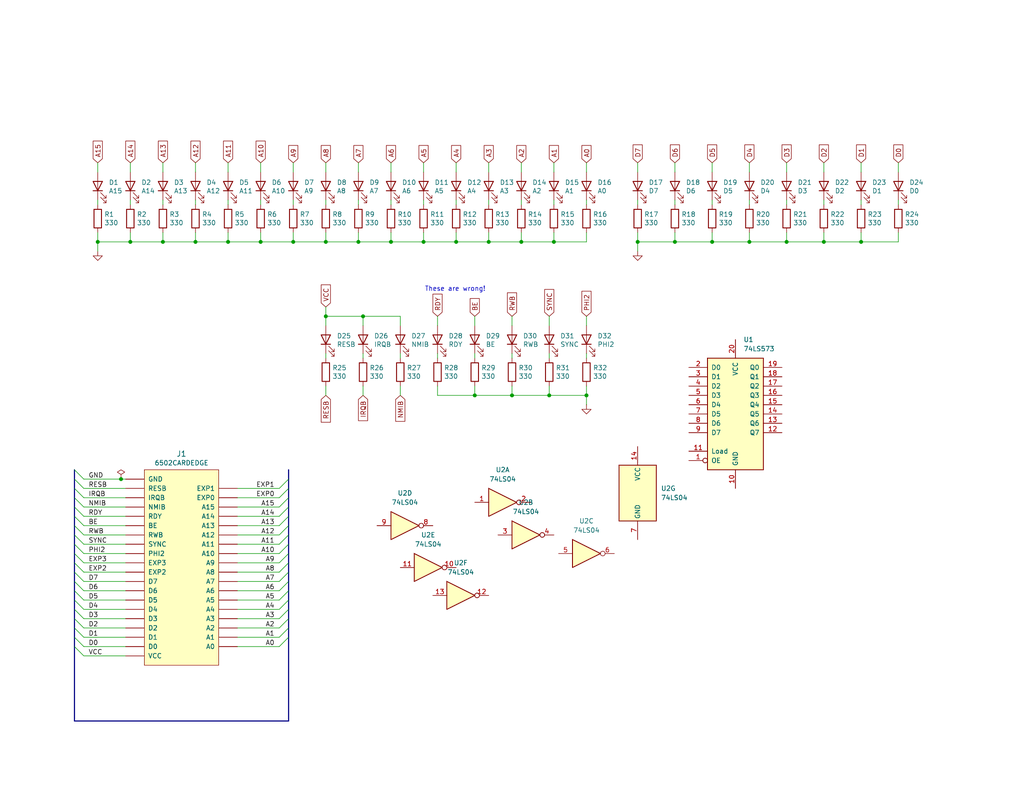
<source format=kicad_sch>
(kicad_sch (version 20231120) (generator "eeschema") (generator_version "8.0")
  (paper "USLetter")
  (title_block (title "6502 Blinkenlights Card") (date "2024-04-22") (rev "1.0") (company "A.C. Wright Design"))
  (lib_symbols
    (symbol "6502 Parts:6502CARDEDGE" (pin_names (offset 1.016))
      (property "Reference" "J" (at -1.27 28.194 0))
      (property "Value" "6502CARDEDGE" (at 0 26.67 0))
      (symbol "6502CARDEDGE_1_0"
        (pin bidirectional line (at 15.24 -22.86 180) (length 5.08) (name "A0") (number "A0"))
        (pin bidirectional line (at 15.24 -20.32 180) (length 5.08) (name "A1") (number "A1"))
        (pin bidirectional line (at 15.24 2.54 180) (length 5.08) (name "A10") (number "A10"))
        (pin bidirectional line (at 15.24 5.08 180) (length 5.08) (name "A11") (number "A11"))
        (pin bidirectional line (at 15.24 7.62 180) (length 5.08) (name "A12") (number "A12"))
        (pin bidirectional line (at 15.24 10.16 180) (length 5.08) (name "A13") (number "A13"))
        (pin bidirectional line (at 15.24 12.7 180) (length 5.08) (name "A14") (number "A14"))
        (pin bidirectional line (at 15.24 15.24 180) (length 5.08) (name "A15") (number "A15"))
        (pin bidirectional line (at 15.24 -17.78 180) (length 5.08) (name "A2") (number "A2"))
        (pin bidirectional line (at 15.24 -15.24 180) (length 5.08) (name "A3") (number "A3"))
        (pin bidirectional line (at 15.24 -12.7 180) (length 5.08) (name "A4") (number "A4"))
        (pin bidirectional line (at 15.24 -10.16 180) (length 5.08) (name "A5") (number "A5"))
        (pin bidirectional line (at 15.24 -7.62 180) (length 5.08) (name "A6") (number "A6"))
        (pin bidirectional line (at 15.24 -5.08 180) (length 5.08) (name "A7") (number "A7"))
        (pin bidirectional line (at 15.24 -2.54 180) (length 5.08) (name "A8") (number "A8"))
        (pin bidirectional line (at 15.24 0 180) (length 5.08) (name "A9") (number "A9"))
        (pin bidirectional line (at -15.24 10.16 0) (length 5.08) (name "BE") (number "BE"))
        (pin bidirectional line (at -15.24 -22.86 0) (length 5.08) (name "D0") (number "D0"))
        (pin bidirectional line (at -15.24 -20.32 0) (length 5.08) (name "D1") (number "D1"))
        (pin bidirectional line (at -15.24 -17.78 0) (length 5.08) (name "D2") (number "D2"))
        (pin bidirectional line (at -15.24 -15.24 0) (length 5.08) (name "D3") (number "D3"))
        (pin bidirectional line (at -15.24 -12.7 0) (length 5.08) (name "D4") (number "D4"))
        (pin bidirectional line (at -15.24 -10.16 0) (length 5.08) (name "D5") (number "D5"))
        (pin bidirectional line (at -15.24 -7.62 0) (length 5.08) (name "D6") (number "D6"))
        (pin bidirectional line (at -15.24 -5.08 0) (length 5.08) (name "D7") (number "D7"))
        (pin bidirectional line (at 15.24 17.78 180) (length 5.08) (name "EXP0") (number "EXP0"))
        (pin bidirectional line (at 15.24 20.32 180) (length 5.08) (name "EXP1") (number "EXP1"))
        (pin bidirectional line (at -15.24 -2.54 0) (length 5.08) (name "EXP2") (number "EXP2"))
        (pin bidirectional line (at -15.24 0 0) (length 5.08) (name "EXP3") (number "EXP3"))
        (pin power_in line (at -15.24 22.86 0) (length 5.08) (name "GND") (number "GND"))
        (pin power_in line (at -15.24 22.86 0) (length 5.08) hide (name "GND") (number "GND"))
        (pin bidirectional line (at -15.24 17.78 0) (length 5.08) (name "IRQB") (number "IRQB"))
        (pin bidirectional line (at -15.24 15.24 0) (length 5.08) (name "NMIB") (number "NMIB"))
        (pin bidirectional line (at -15.24 2.54 0) (length 5.08) (name "PHI2") (number "PHI2"))
        (pin bidirectional line (at -15.24 12.7 0) (length 5.08) (name "RDY") (number "RDY"))
        (pin bidirectional line (at -15.24 20.32 0) (length 5.08) (name "RESB") (number "RESB"))
        (pin bidirectional line (at -15.24 7.62 0) (length 5.08) (name "RWB") (number "RWB"))
        (pin bidirectional line (at -15.24 5.08 0) (length 5.08) (name "SYNC") (number "SYNC"))
        (pin power_in line (at -15.24 -25.4 0) (length 5.08) (name "VCC") (number "VCC"))
        (pin power_in line (at -15.24 -25.4 0) (length 5.08) hide (name "VCC") (number "VCC"))
      )
    )
    (symbol "74xx:74LS04"
      (property "Reference" "U" (at 0 1.27 0))
      (property "Value" "74LS04" (at 0 -1.27 0))
      (symbol "74LS04_1_0"
        (pin input line (at -7.62 0 0) (length 3.81) (name "~") (number "1"))
        (pin output inverted (at 7.62 0 180) (length 3.81) (name "~") (number "2"))
      )
      (symbol "74LS04_2_0"
        (pin input line (at -7.62 0 0) (length 3.81) (name "~") (number "3"))
        (pin output inverted (at 7.62 0 180) (length 3.81) (name "~") (number "4"))
      )
      (symbol "74LS04_3_0"
        (pin input line (at -7.62 0 0) (length 3.81) (name "~") (number "5"))
        (pin output inverted (at 7.62 0 180) (length 3.81) (name "~") (number "6"))
      )
      (symbol "74LS04_4_0"
        (pin output inverted (at 7.62 0 180) (length 3.81) (name "~") (number "8"))
        (pin input line (at -7.62 0 0) (length 3.81) (name "~") (number "9"))
      )
      (symbol "74LS04_5_0"
        (pin output inverted (at 7.62 0 180) (length 3.81) (name "~") (number "10"))
        (pin input line (at -7.62 0 0) (length 3.81) (name "~") (number "11"))
      )
      (symbol "74LS04_6_0"
        (pin output inverted (at 7.62 0 180) (length 3.81) (name "~") (number "12"))
        (pin input line (at -7.62 0 0) (length 3.81) (name "~") (number "13"))
      )
      (symbol "74LS04_7_0"
        (pin power_in line (at 0 12.7 270) (length 5.08) (name "VCC") (number "14"))
        (pin power_in line (at 0 -12.7 90) (length 5.08) (name "GND") (number "7"))
      )
    )
    (symbol "74xx:74LS573" (pin_names (offset 1.016))
      (property "Reference" "U" (at -7.62 16.51 0))
      (property "Value" "74LS573" (at -7.62 -16.51 0))
      (symbol "74LS573_1_0"
        (pin input inverted (at -12.7 -12.7 0) (length 5.08) (name "OE") (number "1"))
        (pin power_in line (at 0 -20.32 90) (length 5.08) (name "GND") (number "10"))
        (pin input line (at -12.7 -10.16 0) (length 5.08) (name "Load") (number "11"))
        (pin tri_state line (at 12.7 -5.08 180) (length 5.08) (name "Q7") (number "12"))
        (pin tri_state line (at 12.7 -2.54 180) (length 5.08) (name "Q6") (number "13"))
        (pin tri_state line (at 12.7 0 180) (length 5.08) (name "Q5") (number "14"))
        (pin tri_state line (at 12.7 2.54 180) (length 5.08) (name "Q4") (number "15"))
        (pin tri_state line (at 12.7 5.08 180) (length 5.08) (name "Q3") (number "16"))
        (pin tri_state line (at 12.7 7.62 180) (length 5.08) (name "Q2") (number "17"))
        (pin tri_state line (at 12.7 10.16 180) (length 5.08) (name "Q1") (number "18"))
        (pin tri_state line (at 12.7 12.7 180) (length 5.08) (name "Q0") (number "19"))
        (pin input line (at -12.7 12.7 0) (length 5.08) (name "D0") (number "2"))
        (pin power_in line (at 0 20.32 270) (length 5.08) (name "VCC") (number "20"))
        (pin input line (at -12.7 10.16 0) (length 5.08) (name "D1") (number "3"))
        (pin input line (at -12.7 7.62 0) (length 5.08) (name "D2") (number "4"))
        (pin input line (at -12.7 5.08 0) (length 5.08) (name "D3") (number "5"))
        (pin input line (at -12.7 2.54 0) (length 5.08) (name "D4") (number "6"))
        (pin input line (at -12.7 0 0) (length 5.08) (name "D5") (number "7"))
        (pin input line (at -12.7 -2.54 0) (length 5.08) (name "D6") (number "8"))
        (pin input line (at -12.7 -5.08 0) (length 5.08) (name "D7") (number "9"))
      )
    )
    (symbol "Device:LED" (pin_numbers hide) (pin_names (offset 1.016) hide)
      (property "Reference" "D" (at 0 2.54 0))
      (property "Value" "LED" (at 0 -2.54 0))
      (symbol "LED_1_1"
        (pin passive line (at -3.81 0 0) (length 2.54) (name "K") (number "1"))
        (pin passive line (at 3.81 0 180) (length 2.54) (name "A") (number "2"))
      )
    )
    (symbol "Device:R" (pin_numbers hide) (pin_names (offset 0))
      (property "Reference" "R" (at 2.032 0 90))
      (property "Value" "R" (at 0 0 90))
      (symbol "R_1_1"
        (pin passive line (at 0 3.81 270) (length 1.27) (name "~") (number "1"))
        (pin passive line (at 0 -3.81 90) (length 1.27) (name "~") (number "2"))
      )
    )
    (symbol "power:GND" (power) (pin_numbers hide) (pin_names (offset 0) hide)
      (property "Value" "GND" (at 0 -3.81 0))
      (symbol "GND_1_1"
        (pin power_in line (at 0 0 270) (length 0) (name "~") (number "1"))
      )
    )
    (symbol "power:PWR_FLAG" (power) (pin_numbers hide) (pin_names (offset 0) hide)
      (property "Value" "PWR_FLAG" (at 0 3.81 0))
      (symbol "PWR_FLAG_0_0"
        (pin power_out line (at 0 0 90) (length 0) (name "~") (number "1"))
      )
    )
  )
  (junction (at 44.45 66.04))
  (junction (at 184.15 66.04))
  (junction (at 133.35 66.04))
  (junction (at 151.13 66.04))
  (junction (at 173.99 66.04))
  (junction (at 194.31 66.04))
  (junction (at 129.54 107.95))
  (junction (at 88.9 86.36))
  (junction (at 26.67 66.04))
  (junction (at 224.79 66.04))
  (junction (at 35.56 66.04))
  (junction (at 124.46 66.04))
  (junction (at 142.24 66.04))
  (junction (at 139.7 107.95))
  (junction (at 234.95 66.04))
  (junction (at 80.01 66.04))
  (junction (at 99.06 86.36))
  (junction (at 71.12 66.04))
  (junction (at 97.79 66.04))
  (junction (at 62.23 66.04))
  (junction (at 149.86 107.95))
  (junction (at 214.63 66.04))
  (junction (at 204.47 66.04))
  (junction (at 115.57 66.04))
  (junction (at 33.02 130.81))
  (junction (at 88.9 66.04))
  (junction (at 160.02 107.95))
  (junction (at 106.68 66.04))
  (junction (at 53.34 66.04))
  (bus_entry (at 20.32 135.89) (size 2.54 2.54))
  (bus_entry (at 78.74 130.81) (size -2.54 2.54))
  (bus_entry (at 78.74 153.67) (size -2.54 2.54))
  (bus_entry (at 20.32 158.75) (size 2.54 2.54))
  (bus_entry (at 78.74 143.51) (size -2.54 2.54))
  (bus_entry (at 78.74 168.91) (size -2.54 2.54))
  (bus_entry (at 20.32 163.83) (size 2.54 2.54))
  (bus_entry (at 78.74 161.29) (size -2.54 2.54))
  (bus_entry (at 20.32 128.27) (size 2.54 2.54))
  (bus_entry (at 78.74 138.43) (size -2.54 2.54))
  (bus_entry (at 20.32 130.81) (size 2.54 2.54))
  (bus_entry (at 20.32 176.53) (size 2.54 2.54))
  (bus_entry (at 20.32 153.67) (size 2.54 2.54))
  (bus_entry (at 78.74 151.13) (size -2.54 2.54))
  (bus_entry (at 78.74 158.75) (size -2.54 2.54))
  (bus_entry (at 20.32 138.43) (size 2.54 2.54))
  (bus_entry (at 20.32 168.91) (size 2.54 2.54))
  (bus_entry (at 20.32 148.59) (size 2.54 2.54))
  (bus_entry (at 78.74 156.21) (size -2.54 2.54))
  (bus_entry (at 78.74 148.59) (size -2.54 2.54))
  (bus_entry (at 20.32 146.05) (size 2.54 2.54))
  (bus_entry (at 78.74 166.37) (size -2.54 2.54))
  (bus_entry (at 20.32 173.99) (size 2.54 2.54))
  (bus_entry (at 78.74 173.99) (size -2.54 2.54))
  (bus_entry (at 20.32 171.45) (size 2.54 2.54))
  (bus_entry (at 78.74 135.89) (size -2.54 2.54))
  (bus_entry (at 78.74 163.83) (size -2.54 2.54))
  (bus_entry (at 20.32 151.13) (size 2.54 2.54))
  (bus_entry (at 78.74 146.05) (size -2.54 2.54))
  (bus_entry (at 20.32 133.35) (size 2.54 2.54))
  (bus_entry (at 20.32 143.51) (size 2.54 2.54))
  (bus_entry (at 20.32 166.37) (size 2.54 2.54))
  (bus_entry (at 78.74 171.45) (size -2.54 2.54))
  (bus_entry (at 78.74 133.35) (size -2.54 2.54))
  (bus_entry (at 20.32 156.21) (size 2.54 2.54))
  (bus_entry (at 78.74 140.97) (size -2.54 2.54))
  (bus_entry (at 20.32 161.29) (size 2.54 2.54))
  (bus_entry (at 20.32 140.97) (size 2.54 2.54))
  (wire (pts (xy 139.7 96.52) (xy 139.7 97.79)))
  (wire (pts (xy 142.24 63.5) (xy 142.24 66.04)))
  (wire (pts (xy 106.68 44.45) (xy 106.68 46.99)))
  (wire (pts (xy 160.02 63.5) (xy 160.02 66.04)))
  (wire (pts (xy 214.63 63.5) (xy 214.63 66.04)))
  (bus (pts (xy 20.32 148.59) (xy 20.32 151.13)))
  (wire (pts (xy 97.79 54.61) (xy 97.79 55.88)))
  (wire (pts (xy 194.31 63.5) (xy 194.31 66.04)))
  (wire (pts (xy 151.13 44.45) (xy 151.13 46.99)))
  (wire (pts (xy 119.38 107.95) (xy 129.54 107.95)))
  (wire (pts (xy 214.63 66.04) (xy 224.79 66.04)))
  (wire (pts (xy 234.95 63.5) (xy 234.95 66.04)))
  (bus (pts (xy 78.74 163.83) (xy 78.74 166.37)))
  (wire (pts (xy 204.47 66.04) (xy 214.63 66.04)))
  (wire (pts (xy 53.34 44.45) (xy 53.34 46.99)))
  (wire (pts (xy 173.99 63.5) (xy 173.99 66.04)))
  (bus (pts (xy 20.32 146.05) (xy 20.32 148.59)))
  (wire (pts (xy 88.9 63.5) (xy 88.9 66.04)))
  (bus (pts (xy 78.74 161.29) (xy 78.74 163.83)))
  (wire (pts (xy 115.57 66.04) (xy 124.46 66.04)))
  (wire (pts (xy 71.12 66.04) (xy 80.01 66.04)))
  (bus (pts (xy 78.74 128.27) (xy 78.74 130.81)))
  (wire (pts (xy 53.34 63.5) (xy 53.34 66.04)))
  (bus (pts (xy 78.74 158.75) (xy 78.74 161.29)))
  (wire (pts (xy 194.31 66.04) (xy 204.47 66.04)))
  (wire (pts (xy 64.77 158.75) (xy 76.2 158.75)))
  (wire (pts (xy 22.86 176.53) (xy 34.29 176.53)))
  (wire (pts (xy 106.68 66.04) (xy 115.57 66.04)))
  (wire (pts (xy 194.31 44.45) (xy 194.31 46.99)))
  (wire (pts (xy 62.23 63.5) (xy 62.23 66.04)))
  (wire (pts (xy 88.9 86.36) (xy 88.9 88.9)))
  (wire (pts (xy 173.99 54.61) (xy 173.99 55.88)))
  (wire (pts (xy 53.34 66.04) (xy 62.23 66.04)))
  (wire (pts (xy 224.79 63.5) (xy 224.79 66.04)))
  (bus (pts (xy 78.74 166.37) (xy 78.74 168.91)))
  (wire (pts (xy 22.86 130.81) (xy 33.02 130.81)))
  (wire (pts (xy 22.86 166.37) (xy 34.29 166.37)))
  (wire (pts (xy 88.9 54.61) (xy 88.9 55.88)))
  (bus (pts (xy 78.74 143.51) (xy 78.74 146.05)))
  (wire (pts (xy 35.56 66.04) (xy 44.45 66.04)))
  (wire (pts (xy 64.77 151.13) (xy 76.2 151.13)))
  (bus (pts (xy 20.32 130.81) (xy 20.32 133.35)))
  (bus (pts (xy 78.74 130.81) (xy 78.74 133.35)))
  (wire (pts (xy 109.22 88.9) (xy 109.22 86.36)))
  (wire (pts (xy 76.2 171.45) (xy 64.77 171.45)))
  (wire (pts (xy 124.46 66.04) (xy 133.35 66.04)))
  (bus (pts (xy 78.74 156.21) (xy 78.74 158.75)))
  (wire (pts (xy 224.79 44.45) (xy 224.79 46.99)))
  (wire (pts (xy 97.79 44.45) (xy 97.79 46.99)))
  (wire (pts (xy 245.11 63.5) (xy 245.11 66.04)))
  (wire (pts (xy 22.86 151.13) (xy 34.29 151.13)))
  (wire (pts (xy 71.12 54.61) (xy 71.12 55.88)))
  (wire (pts (xy 151.13 66.04) (xy 160.02 66.04)))
  (wire (pts (xy 142.24 54.61) (xy 142.24 55.88)))
  (wire (pts (xy 245.11 44.45) (xy 245.11 46.99)))
  (wire (pts (xy 124.46 54.61) (xy 124.46 55.88)))
  (bus (pts (xy 20.32 128.27) (xy 20.32 130.81)))
  (wire (pts (xy 53.34 54.61) (xy 53.34 55.88)))
  (wire (pts (xy 99.06 86.36) (xy 99.06 88.9)))
  (wire (pts (xy 76.2 161.29) (xy 64.77 161.29)))
  (wire (pts (xy 44.45 54.61) (xy 44.45 55.88)))
  (wire (pts (xy 62.23 66.04) (xy 71.12 66.04)))
  (wire (pts (xy 26.67 63.5) (xy 26.67 66.04)))
  (wire (pts (xy 64.77 156.21) (xy 76.2 156.21)))
  (wire (pts (xy 34.29 133.35) (xy 22.86 133.35)))
  (wire (pts (xy 35.56 63.5) (xy 35.56 66.04)))
  (wire (pts (xy 204.47 63.5) (xy 204.47 66.04)))
  (wire (pts (xy 106.68 54.61) (xy 106.68 55.88)))
  (bus (pts (xy 20.32 156.21) (xy 20.32 158.75)))
  (wire (pts (xy 33.02 130.81) (xy 34.29 130.81)))
  (wire (pts (xy 234.95 44.45) (xy 234.95 46.99)))
  (bus (pts (xy 20.32 196.85) (xy 78.74 196.85)))
  (bus (pts (xy 20.32 133.35) (xy 20.32 135.89)))
  (wire (pts (xy 64.77 135.89) (xy 76.2 135.89)))
  (bus (pts (xy 78.74 153.67) (xy 78.74 156.21)))
  (wire (pts (xy 22.86 179.07) (xy 34.29 179.07)))
  (wire (pts (xy 44.45 66.04) (xy 53.34 66.04)))
  (wire (pts (xy 76.2 148.59) (xy 64.77 148.59)))
  (wire (pts (xy 160.02 54.61) (xy 160.02 55.88)))
  (wire (pts (xy 44.45 44.45) (xy 44.45 46.99)))
  (wire (pts (xy 88.9 83.82) (xy 88.9 86.36)))
  (wire (pts (xy 99.06 105.41) (xy 99.06 107.95)))
  (wire (pts (xy 22.86 171.45) (xy 34.29 171.45)))
  (wire (pts (xy 160.02 105.41) (xy 160.02 107.95)))
  (wire (pts (xy 133.35 66.04) (xy 142.24 66.04)))
  (wire (pts (xy 64.77 138.43) (xy 76.2 138.43)))
  (bus (pts (xy 78.74 146.05) (xy 78.74 148.59)))
  (wire (pts (xy 115.57 44.45) (xy 115.57 46.99)))
  (wire (pts (xy 34.29 173.99) (xy 22.86 173.99)))
  (wire (pts (xy 119.38 86.36) (xy 119.38 88.9)))
  (wire (pts (xy 149.86 96.52) (xy 149.86 97.79)))
  (wire (pts (xy 99.06 86.36) (xy 109.22 86.36)))
  (bus (pts (xy 20.32 171.45) (xy 20.32 173.99)))
  (wire (pts (xy 71.12 63.5) (xy 71.12 66.04)))
  (wire (pts (xy 88.9 66.04) (xy 97.79 66.04)))
  (wire (pts (xy 64.77 173.99) (xy 76.2 173.99)))
  (wire (pts (xy 194.31 54.61) (xy 194.31 55.88)))
  (wire (pts (xy 129.54 105.41) (xy 129.54 107.95)))
  (wire (pts (xy 34.29 163.83) (xy 22.86 163.83)))
  (wire (pts (xy 173.99 66.04) (xy 184.15 66.04)))
  (wire (pts (xy 34.29 148.59) (xy 22.86 148.59)))
  (wire (pts (xy 129.54 86.36) (xy 129.54 88.9)))
  (bus (pts (xy 78.74 148.59) (xy 78.74 151.13)))
  (wire (pts (xy 76.2 166.37) (xy 64.77 166.37)))
  (wire (pts (xy 139.7 86.36) (xy 139.7 88.9)))
  (wire (pts (xy 34.29 143.51) (xy 22.86 143.51)))
  (wire (pts (xy 88.9 44.45) (xy 88.9 46.99)))
  (wire (pts (xy 64.77 168.91) (xy 76.2 168.91)))
  (bus (pts (xy 78.74 151.13) (xy 78.74 153.67)))
  (wire (pts (xy 97.79 63.5) (xy 97.79 66.04)))
  (bus (pts (xy 20.32 168.91) (xy 20.32 171.45)))
  (wire (pts (xy 22.86 135.89) (xy 34.29 135.89)))
  (wire (pts (xy 64.77 140.97) (xy 76.2 140.97)))
  (bus (pts (xy 20.32 158.75) (xy 20.32 161.29)))
  (bus (pts (xy 20.32 176.53) (xy 20.32 196.85)))
  (wire (pts (xy 224.79 66.04) (xy 234.95 66.04)))
  (wire (pts (xy 80.01 44.45) (xy 80.01 46.99)))
  (wire (pts (xy 26.67 66.04) (xy 35.56 66.04)))
  (wire (pts (xy 160.02 86.36) (xy 160.02 88.9)))
  (bus (pts (xy 78.74 138.43) (xy 78.74 140.97)))
  (wire (pts (xy 76.2 176.53) (xy 64.77 176.53)))
  (wire (pts (xy 184.15 44.45) (xy 184.15 46.99)))
  (wire (pts (xy 133.35 54.61) (xy 133.35 55.88)))
  (wire (pts (xy 173.99 44.45) (xy 173.99 46.99)))
  (wire (pts (xy 97.79 66.04) (xy 106.68 66.04)))
  (wire (pts (xy 224.79 54.61) (xy 224.79 55.88)))
  (wire (pts (xy 22.86 156.21) (xy 34.29 156.21)))
  (wire (pts (xy 26.67 54.61) (xy 26.67 55.88)))
  (wire (pts (xy 119.38 105.41) (xy 119.38 107.95)))
  (wire (pts (xy 22.86 140.97) (xy 34.29 140.97)))
  (wire (pts (xy 71.12 44.45) (xy 71.12 46.99)))
  (bus (pts (xy 78.74 173.99) (xy 78.74 196.85)))
  (wire (pts (xy 44.45 63.5) (xy 44.45 66.04)))
  (wire (pts (xy 64.77 146.05) (xy 76.2 146.05)))
  (wire (pts (xy 234.95 54.61) (xy 234.95 55.88)))
  (bus (pts (xy 20.32 166.37) (xy 20.32 168.91)))
  (wire (pts (xy 133.35 63.5) (xy 133.35 66.04)))
  (wire (pts (xy 149.86 107.95) (xy 160.02 107.95)))
  (bus (pts (xy 78.74 171.45) (xy 78.74 173.99)))
  (wire (pts (xy 26.67 44.45) (xy 26.67 46.99)))
  (wire (pts (xy 115.57 63.5) (xy 115.57 66.04)))
  (wire (pts (xy 80.01 66.04) (xy 88.9 66.04)))
  (bus (pts (xy 78.74 135.89) (xy 78.74 138.43)))
  (bus (pts (xy 20.32 153.67) (xy 20.32 156.21)))
  (wire (pts (xy 35.56 54.61) (xy 35.56 55.88)))
  (wire (pts (xy 88.9 105.41) (xy 88.9 107.95)))
  (wire (pts (xy 184.15 54.61) (xy 184.15 55.88)))
  (wire (pts (xy 106.68 63.5) (xy 106.68 66.04)))
  (wire (pts (xy 160.02 96.52) (xy 160.02 97.79)))
  (wire (pts (xy 142.24 44.45) (xy 142.24 46.99)))
  (wire (pts (xy 34.29 138.43) (xy 22.86 138.43)))
  (wire (pts (xy 115.57 54.61) (xy 115.57 55.88)))
  (wire (pts (xy 184.15 66.04) (xy 194.31 66.04)))
  (bus (pts (xy 20.32 151.13) (xy 20.32 153.67)))
  (wire (pts (xy 124.46 44.45) (xy 124.46 46.99)))
  (wire (pts (xy 204.47 44.45) (xy 204.47 46.99)))
  (wire (pts (xy 88.9 86.36) (xy 99.06 86.36)))
  (bus (pts (xy 20.32 138.43) (xy 20.32 140.97)))
  (wire (pts (xy 133.35 44.45) (xy 133.35 46.99)))
  (wire (pts (xy 80.01 54.61) (xy 80.01 55.88)))
  (wire (pts (xy 26.67 66.04) (xy 26.67 68.58)))
  (bus (pts (xy 20.32 161.29) (xy 20.32 163.83)))
  (wire (pts (xy 151.13 54.61) (xy 151.13 55.88)))
  (bus (pts (xy 20.32 140.97) (xy 20.32 143.51)))
  (wire (pts (xy 22.86 161.29) (xy 34.29 161.29)))
  (bus (pts (xy 78.74 140.97) (xy 78.74 143.51)))
  (wire (pts (xy 160.02 44.45) (xy 160.02 46.99)))
  (wire (pts (xy 64.77 133.35) (xy 76.2 133.35)))
  (wire (pts (xy 214.63 44.45) (xy 214.63 46.99)))
  (wire (pts (xy 214.63 54.61) (xy 214.63 55.88)))
  (wire (pts (xy 76.2 143.51) (xy 64.77 143.51)))
  (wire (pts (xy 142.24 66.04) (xy 151.13 66.04)))
  (wire (pts (xy 22.86 153.67) (xy 34.29 153.67)))
  (wire (pts (xy 139.7 107.95) (xy 149.86 107.95)))
  (bus (pts (xy 20.32 135.89) (xy 20.32 138.43)))
  (wire (pts (xy 80.01 63.5) (xy 80.01 66.04)))
  (wire (pts (xy 160.02 107.95) (xy 160.02 110.49)))
  (wire (pts (xy 149.86 105.41) (xy 149.86 107.95)))
  (bus (pts (xy 20.32 143.51) (xy 20.32 146.05)))
  (wire (pts (xy 151.13 63.5) (xy 151.13 66.04)))
  (wire (pts (xy 109.22 105.41) (xy 109.22 107.95)))
  (wire (pts (xy 64.77 163.83) (xy 76.2 163.83)))
  (wire (pts (xy 62.23 54.61) (xy 62.23 55.88)))
  (wire (pts (xy 124.46 63.5) (xy 124.46 66.04)))
  (wire (pts (xy 76.2 153.67) (xy 64.77 153.67)))
  (wire (pts (xy 245.11 54.61) (xy 245.11 55.88)))
  (wire (pts (xy 119.38 96.52) (xy 119.38 97.79)))
  (wire (pts (xy 88.9 96.52) (xy 88.9 97.79)))
  (bus (pts (xy 78.74 133.35) (xy 78.74 135.89)))
  (wire (pts (xy 173.99 66.04) (xy 173.99 68.58)))
  (bus (pts (xy 20.32 163.83) (xy 20.32 166.37)))
  (wire (pts (xy 34.29 158.75) (xy 22.86 158.75)))
  (wire (pts (xy 35.56 44.45) (xy 35.56 46.99)))
  (wire (pts (xy 109.22 96.52) (xy 109.22 97.79)))
  (wire (pts (xy 234.95 66.04) (xy 245.11 66.04)))
  (wire (pts (xy 139.7 105.41) (xy 139.7 107.95)))
  (wire (pts (xy 99.06 96.52) (xy 99.06 97.79)))
  (wire (pts (xy 204.47 54.61) (xy 204.47 55.88)))
  (wire (pts (xy 149.86 86.36) (xy 149.86 88.9)))
  (wire (pts (xy 62.23 44.45) (xy 62.23 46.99)))
  (wire (pts (xy 22.86 146.05) (xy 34.29 146.05)))
  (bus (pts (xy 20.32 173.99) (xy 20.32 176.53)))
  (bus (pts (xy 78.74 168.91) (xy 78.74 171.45)))
  (wire (pts (xy 129.54 107.95) (xy 139.7 107.95)))
  (wire (pts (xy 184.15 63.5) (xy 184.15 66.04)))
  (wire (pts (xy 129.54 96.52) (xy 129.54 97.79)))
  (wire (pts (xy 34.29 168.91) (xy 22.86 168.91)))
  (text "These are wrong!" (at 124.206 78.994 0) (effects (font (size 1.27 1.27))))
  (label "EXP0" (at 74.93 135.89 180))
  (label "A10" (at 74.93 151.13 180))
  (label "A6" (at 74.93 161.29 180))
  (label "D7" (at 24.13 158.75 0))
  (label "A0" (at 74.93 176.53 180))
  (label "A4" (at 74.93 166.37 180))
  (label "VCC" (at 24.13 179.07 0))
  (label "GND" (at 24.13 130.81 0))
  (label "NMIB" (at 24.13 138.43 0))
  (label "SYNC" (at 24.13 148.59 0))
  (label "BE" (at 24.13 143.51 0))
  (label "A14" (at 74.93 140.97 180))
  (label "D2" (at 24.13 171.45 0))
  (label "IRQB" (at 24.13 135.89 0))
  (label "A5" (at 74.93 163.83 180))
  (label "A1" (at 74.93 173.99 180))
  (label "A13" (at 74.93 143.51 180))
  (label "EXP3" (at 24.13 153.67 0))
  (label "A3" (at 74.93 168.91 180))
  (label "A2" (at 74.93 171.45 180))
  (label "D6" (at 24.13 161.29 0))
  (label "D4" (at 24.13 166.37 0))
  (label "A11" (at 74.93 148.59 180))
  (label "EXP2" (at 24.13 156.21 0))
  (label "A15" (at 74.93 138.43 180))
  (label "PHI2" (at 24.13 151.13 0))
  (label "D1" (at 24.13 173.99 0))
  (label "A12" (at 74.93 146.05 180))
  (label "D3" (at 24.13 168.91 0))
  (label "RDY" (at 24.13 140.97 0))
  (label "D0" (at 24.13 176.53 0))
  (label "EXP1" (at 74.93 133.35 180))
  (label "A7" (at 74.93 158.75 180))
  (label "RWB" (at 24.13 146.05 0))
  (label "A8" (at 74.93 156.21 180))
  (label "D5" (at 24.13 163.83 0))
  (label "A9" (at 74.93 153.67 180))
  (label "RESB" (at 24.13 133.35 0))
  (global_label "D0" (shape input) (at 245.11 44.45 90) (property "Intersheetrefs" "${INTERSHEET_REFS}" (effects (hide yes))))
  (global_label "RWB" (shape input) (at 139.7 86.36 90) (property "Intersheetrefs" "${INTERSHEET_REFS}" (effects (hide yes))))
  (global_label "A14" (shape input) (at 35.56 44.45 90) (property "Intersheetrefs" "${INTERSHEET_REFS}" (effects (hide yes))))
  (global_label "IRQB" (shape input) (at 99.06 107.95 270) (property "Intersheetrefs" "${INTERSHEET_REFS}" (effects (hide yes))))
  (global_label "A9" (shape input) (at 80.01 44.45 90) (property "Intersheetrefs" "${INTERSHEET_REFS}" (effects (hide yes))))
  (global_label "A4" (shape input) (at 124.46 44.45 90) (property "Intersheetrefs" "${INTERSHEET_REFS}" (effects (hide yes))))
  (global_label "NMIB" (shape input) (at 109.22 107.95 270) (property "Intersheetrefs" "${INTERSHEET_REFS}" (effects (hide yes))))
  (global_label "VCC" (shape input) (at 88.9 83.82 90) (property "Intersheetrefs" "${INTERSHEET_REFS}" (effects (hide yes))))
  (global_label "D7" (shape input) (at 173.99 44.45 90) (property "Intersheetrefs" "${INTERSHEET_REFS}" (effects (hide yes))))
  (global_label "D4" (shape input) (at 204.47 44.45 90) (property "Intersheetrefs" "${INTERSHEET_REFS}" (effects (hide yes))))
  (global_label "A11" (shape input) (at 62.23 44.45 90) (property "Intersheetrefs" "${INTERSHEET_REFS}" (effects (hide yes))))
  (global_label "SYNC" (shape input) (at 149.86 86.36 90) (property "Intersheetrefs" "${INTERSHEET_REFS}" (effects (hide yes))))
  (global_label "A15" (shape input) (at 26.67 44.45 90) (property "Intersheetrefs" "${INTERSHEET_REFS}" (effects (hide yes))))
  (global_label "A6" (shape input) (at 106.68 44.45 90) (property "Intersheetrefs" "${INTERSHEET_REFS}" (effects (hide yes))))
  (global_label "RESB" (shape input) (at 88.9 107.95 270) (property "Intersheetrefs" "${INTERSHEET_REFS}" (effects (hide yes))))
  (global_label "D6" (shape input) (at 184.15 44.45 90) (property "Intersheetrefs" "${INTERSHEET_REFS}" (effects (hide yes))))
  (global_label "A1" (shape input) (at 151.13 44.45 90) (property "Intersheetrefs" "${INTERSHEET_REFS}" (effects (hide yes))))
  (global_label "PHI2" (shape input) (at 160.02 86.36 90) (property "Intersheetrefs" "${INTERSHEET_REFS}" (effects (hide yes))))
  (global_label "A0" (shape input) (at 160.02 44.45 90) (property "Intersheetrefs" "${INTERSHEET_REFS}" (effects (hide yes))))
  (global_label "D5" (shape input) (at 194.31 44.45 90) (property "Intersheetrefs" "${INTERSHEET_REFS}" (effects (hide yes))))
  (global_label "A12" (shape input) (at 53.34 44.45 90) (property "Intersheetrefs" "${INTERSHEET_REFS}" (effects (hide yes))))
  (global_label "D3" (shape input) (at 214.63 44.45 90) (property "Intersheetrefs" "${INTERSHEET_REFS}" (effects (hide yes))))
  (global_label "D2" (shape input) (at 224.79 44.45 90) (property "Intersheetrefs" "${INTERSHEET_REFS}" (effects (hide yes))))
  (global_label "D1" (shape input) (at 234.95 44.45 90) (property "Intersheetrefs" "${INTERSHEET_REFS}" (effects (hide yes))))
  (global_label "A7" (shape input) (at 97.79 44.45 90) (property "Intersheetrefs" "${INTERSHEET_REFS}" (effects (hide yes))))
  (global_label "A3" (shape input) (at 133.35 44.45 90) (property "Intersheetrefs" "${INTERSHEET_REFS}" (effects (hide yes))))
  (global_label "A5" (shape input) (at 115.57 44.45 90) (property "Intersheetrefs" "${INTERSHEET_REFS}" (effects (hide yes))))
  (global_label "A10" (shape input) (at 71.12 44.45 90) (property "Intersheetrefs" "${INTERSHEET_REFS}" (effects (hide yes))))
  (global_label "A8" (shape input) (at 88.9 44.45 90) (property "Intersheetrefs" "${INTERSHEET_REFS}" (effects (hide yes))))
  (global_label "A2" (shape input) (at 142.24 44.45 90) (property "Intersheetrefs" "${INTERSHEET_REFS}" (effects (hide yes))))
  (global_label "BE" (shape input) (at 129.54 86.36 90) (property "Intersheetrefs" "${INTERSHEET_REFS}" (effects (hide yes))))
  (global_label "RDY" (shape input) (at 119.38 86.36 90) (property "Intersheetrefs" "${INTERSHEET_REFS}" (effects (hide yes))))
  (global_label "A13" (shape input) (at 44.45 44.45 90) (property "Intersheetrefs" "${INTERSHEET_REFS}" (effects (hide yes))))
  (symbol (lib_id "6502 Parts:6502CARDEDGE") (at 49.53 153.67 0) (unit 1) (in_bom no)
    (property "Reference" "J1" (at 49.53 123.9012 0) (effects (font (size 1.4986 1.4986))))
    (property "Value" "6502CARDEDGE" (at 49.53 126.3904 0))
    (property "Footprint" "6502 Parts:6502CARDEDGE" (effects (hide yes)))
  )
  (symbol (lib_id "74xx:74LS04") (at 110.49 143.51 0) (unit 4)
    (property "Reference" "U2" (at 110.49 134.62 0))
    (property "Value" "74LS04" (at 110.49 137.16 0))
    (property "Datasheet" "http://www.ti.com/lit/gpn/sn74LS04" (effects (hide yes)))
    (property "Description" "Hex Inverter" (effects (hide yes)))
  )
  (symbol (lib_id "Device:R") (at 204.47 59.69 180) (unit 1)
    (property "Reference" "R20" (at 206.248 58.5216 0) (effects (justify right)))
    (property "Value" "330" (at 206.248 60.833 0) (effects (justify right)))
    (property "Footprint" "Resistor_SMD:R_0805_2012Metric" (effects (hide yes)))
    (property "Description" "Resistor" (effects (hide yes)))
    (property "LCSC" "C17630" (effects (hide yes)))
  )
  (symbol (lib_id "Device:R") (at 71.12 59.69 180) (unit 1)
    (property "Reference" "R6" (at 72.898 58.5216 0) (effects (justify right)))
    (property "Value" "330" (at 72.898 60.833 0) (effects (justify right)))
    (property "Footprint" "Resistor_SMD:R_0805_2012Metric" (effects (hide yes)))
    (property "Description" "Resistor" (effects (hide yes)))
    (property "LCSC" "C17630" (effects (hide yes)))
  )
  (symbol (lib_id "Device:LED") (at 35.56 50.8 90) (unit 1)
    (property "Reference" "D2" (at 38.5572 49.8094 90) (effects (justify right)))
    (property "Value" "A14" (at 38.5572 52.1208 90) (effects (justify right)))
    (property "Footprint" "LED_SMD:LED_0805_2012Metric" (effects (hide yes)))
    (property "Description" "Light emitting diode" (effects (hide yes)))
    (property "LCSC" "C2297" (effects (hide yes)))
  )
  (symbol (lib_id "Device:R") (at 224.79 59.69 180) (unit 1)
    (property "Reference" "R22" (at 226.568 58.5216 0) (effects (justify right)))
    (property "Value" "330" (at 226.568 60.833 0) (effects (justify right)))
    (property "Footprint" "Resistor_SMD:R_0805_2012Metric" (effects (hide yes)))
    (property "Description" "Resistor" (effects (hide yes)))
    (property "LCSC" "C17630" (effects (hide yes)))
  )
  (symbol (lib_id "Device:LED") (at 139.7 92.71 90) (unit 1)
    (property "Reference" "D30" (at 142.6972 91.7194 90) (effects (justify right)))
    (property "Value" "RWB" (at 142.6972 94.0308 90) (effects (justify right)))
    (property "Footprint" "LED_SMD:LED_0805_2012Metric" (effects (hide yes)))
    (property "Description" "Light emitting diode" (effects (hide yes)))
    (property "LCSC" "C2296" (effects (hide yes)))
  )
  (symbol (lib_id "Device:R") (at 124.46 59.69 180) (unit 1)
    (property "Reference" "R12" (at 126.238 58.5216 0) (effects (justify right)))
    (property "Value" "330" (at 126.238 60.833 0) (effects (justify right)))
    (property "Footprint" "Resistor_SMD:R_0805_2012Metric" (effects (hide yes)))
    (property "Description" "Resistor" (effects (hide yes)))
    (property "LCSC" "C17630" (effects (hide yes)))
  )
  (symbol (lib_id "Device:LED") (at 26.67 50.8 90) (unit 1)
    (property "Reference" "D1" (at 29.6672 49.8094 90) (effects (justify right)))
    (property "Value" "A15" (at 29.6672 52.1208 90) (effects (justify right)))
    (property "Footprint" "LED_SMD:LED_0805_2012Metric" (effects (hide yes)))
    (property "Description" "Light emitting diode" (effects (hide yes)))
    (property "LCSC" "C2297" (effects (hide yes)))
  )
  (symbol (lib_id "Device:LED") (at 99.06 92.71 90) (unit 1)
    (property "Reference" "D26" (at 102.0572 91.7194 90) (effects (justify right)))
    (property "Value" "IRQB" (at 102.0572 94.0308 90) (effects (justify right)))
    (property "Footprint" "LED_SMD:LED_0805_2012Metric" (effects (hide yes)))
    (property "Description" "Light emitting diode" (effects (hide yes)))
    (property "LCSC" "C2295" (effects (hide yes)))
  )
  (symbol (lib_id "Device:LED") (at 151.13 50.8 90) (unit 1)
    (property "Reference" "D15" (at 154.1272 49.8094 90) (effects (justify right)))
    (property "Value" "A1" (at 154.1272 52.1208 90) (effects (justify right)))
    (property "Footprint" "LED_SMD:LED_0805_2012Metric" (effects (hide yes)))
    (property "Description" "Light emitting diode" (effects (hide yes)))
    (property "LCSC" "C2297" (effects (hide yes)))
  )
  (symbol (lib_id "Device:LED") (at 142.24 50.8 90) (unit 1)
    (property "Reference" "D14" (at 145.2372 49.8094 90) (effects (justify right)))
    (property "Value" "A2" (at 145.2372 52.1208 90) (effects (justify right)))
    (property "Footprint" "LED_SMD:LED_0805_2012Metric" (effects (hide yes)))
    (property "Description" "Light emitting diode" (effects (hide yes)))
    (property "LCSC" "C2297" (effects (hide yes)))
  )
  (symbol (lib_id "Device:LED") (at 88.9 92.71 90) (unit 1)
    (property "Reference" "D25" (at 91.8972 91.7194 90) (effects (justify right)))
    (property "Value" "RESB" (at 91.8972 94.0308 90) (effects (justify right)))
    (property "Footprint" "LED_SMD:LED_0805_2012Metric" (effects (hide yes)))
    (property "Description" "Light emitting diode" (effects (hide yes)))
    (property "LCSC" "C2297" (effects (hide yes)))
  )
  (symbol (lib_id "Device:R") (at 142.24 59.69 180) (unit 1)
    (property "Reference" "R14" (at 144.018 58.5216 0) (effects (justify right)))
    (property "Value" "330" (at 144.018 60.833 0) (effects (justify right)))
    (property "Footprint" "Resistor_SMD:R_0805_2012Metric" (effects (hide yes)))
    (property "Description" "Resistor" (effects (hide yes)))
    (property "LCSC" "C17630" (effects (hide yes)))
  )
  (symbol (lib_id "Device:R") (at 53.34 59.69 180) (unit 1)
    (property "Reference" "R4" (at 55.118 58.5216 0) (effects (justify right)))
    (property "Value" "330" (at 55.118 60.833 0) (effects (justify right)))
    (property "Footprint" "Resistor_SMD:R_0805_2012Metric" (effects (hide yes)))
    (property "Description" "Resistor" (effects (hide yes)))
    (property "LCSC" "C17630" (effects (hide yes)))
  )
  (symbol (lib_id "Device:LED") (at 224.79 50.8 90) (unit 1)
    (property "Reference" "D22" (at 227.7872 49.8094 90) (effects (justify right)))
    (property "Value" "D2" (at 227.7872 52.1208 90) (effects (justify right)))
    (property "Footprint" "LED_SMD:LED_0805_2012Metric" (effects (hide yes)))
    (property "Description" "Light emitting diode" (effects (hide yes)))
    (property "LCSC" "C2297" (effects (hide yes)))
  )
  (symbol (lib_id "74xx:74LS04") (at 160.02 151.13 0) (unit 3)
    (property "Reference" "U2" (at 160.02 142.24 0))
    (property "Value" "74LS04" (at 160.02 144.78 0))
    (property "Datasheet" "http://www.ti.com/lit/gpn/sn74LS04" (effects (hide yes)))
    (property "Description" "Hex Inverter" (effects (hide yes)))
  )
  (symbol (lib_id "Device:LED") (at 53.34 50.8 90) (unit 1)
    (property "Reference" "D4" (at 56.3372 49.8094 90) (effects (justify right)))
    (property "Value" "A12" (at 56.3372 52.1208 90) (effects (justify right)))
    (property "Footprint" "LED_SMD:LED_0805_2012Metric" (effects (hide yes)))
    (property "Description" "Light emitting diode" (effects (hide yes)))
    (property "LCSC" "C2297" (effects (hide yes)))
  )
  (symbol (lib_id "Device:R") (at 26.67 59.69 180) (unit 1)
    (property "Reference" "R1" (at 28.448 58.5216 0) (effects (justify right)))
    (property "Value" "330" (at 28.448 60.833 0) (effects (justify right)))
    (property "Footprint" "Resistor_SMD:R_0805_2012Metric" (effects (hide yes)))
    (property "Description" "Resistor" (effects (hide yes)))
    (property "LCSC" "C17630" (effects (hide yes)))
  )
  (symbol (lib_id "Device:R") (at 160.02 59.69 180) (unit 1)
    (property "Reference" "R16" (at 161.798 58.5216 0) (effects (justify right)))
    (property "Value" "330" (at 161.798 60.833 0) (effects (justify right)))
    (property "Footprint" "Resistor_SMD:R_0805_2012Metric" (effects (hide yes)))
    (property "Description" "Resistor" (effects (hide yes)))
    (property "LCSC" "C17630" (effects (hide yes)))
  )
  (symbol (lib_id "74xx:74LS04") (at 143.51 146.05 0) (unit 2)
    (property "Reference" "U2" (at 143.51 137.16 0))
    (property "Value" "74LS04" (at 143.51 139.7 0))
    (property "Datasheet" "http://www.ti.com/lit/gpn/sn74LS04" (effects (hide yes)))
    (property "Description" "Hex Inverter" (effects (hide yes)))
  )
  (symbol (lib_id "Device:R") (at 115.57 59.69 180) (unit 1)
    (property "Reference" "R11" (at 117.348 58.5216 0) (effects (justify right)))
    (property "Value" "330" (at 117.348 60.833 0) (effects (justify right)))
    (property "Footprint" "Resistor_SMD:R_0805_2012Metric" (effects (hide yes)))
    (property "Description" "Resistor" (effects (hide yes)))
    (property "LCSC" "C17630" (effects (hide yes)))
  )
  (symbol (lib_id "74xx:74LS04") (at 125.73 162.56 0) (unit 6)
    (property "Reference" "U2" (at 125.73 153.67 0))
    (property "Value" "74LS04" (at 125.73 156.21 0))
    (property "Datasheet" "http://www.ti.com/lit/gpn/sn74LS04" (effects (hide yes)))
    (property "Description" "Hex Inverter" (effects (hide yes)))
  )
  (symbol (lib_id "Device:LED") (at 44.45 50.8 90) (unit 1)
    (property "Reference" "D3" (at 47.4472 49.8094 90) (effects (justify right)))
    (property "Value" "A13" (at 47.4472 52.1208 90) (effects (justify right)))
    (property "Footprint" "LED_SMD:LED_0805_2012Metric" (effects (hide yes)))
    (property "Description" "Light emitting diode" (effects (hide yes)))
    (property "LCSC" "C2297" (effects (hide yes)))
  )
  (symbol (lib_id "Device:R") (at 109.22 101.6 180) (unit 1)
    (property "Reference" "R27" (at 110.998 100.4316 0) (effects (justify right)))
    (property "Value" "330" (at 110.998 102.743 0) (effects (justify right)))
    (property "Footprint" "Resistor_SMD:R_0805_2012Metric" (effects (hide yes)))
    (property "Description" "Resistor" (effects (hide yes)))
    (property "LCSC" "C17630" (effects (hide yes)))
  )
  (symbol (lib_id "Device:LED") (at 129.54 92.71 90) (unit 1)
    (property "Reference" "D29" (at 132.5372 91.7194 90) (effects (justify right)))
    (property "Value" "BE" (at 132.5372 94.0308 90) (effects (justify right)))
    (property "Footprint" "LED_SMD:LED_0805_2012Metric" (effects (hide yes)))
    (property "Description" "Light emitting diode" (effects (hide yes)))
    (property "LCSC" "C2296" (effects (hide yes)))
  )
  (symbol (lib_id "Device:R") (at 149.86 101.6 180) (unit 1)
    (property "Reference" "R31" (at 151.638 100.4316 0) (effects (justify right)))
    (property "Value" "330" (at 151.638 102.743 0) (effects (justify right)))
    (property "Footprint" "Resistor_SMD:R_0805_2012Metric" (effects (hide yes)))
    (property "Description" "Resistor" (effects (hide yes)))
    (property "LCSC" "C17630" (effects (hide yes)))
  )
  (symbol (lib_id "Device:LED") (at 80.01 50.8 90) (unit 1)
    (property "Reference" "D7" (at 83.0072 49.8094 90) (effects (justify right)))
    (property "Value" "A9" (at 83.0072 52.1208 90) (effects (justify right)))
    (property "Footprint" "LED_SMD:LED_0805_2012Metric" (effects (hide yes)))
    (property "Description" "Light emitting diode" (effects (hide yes)))
    (property "LCSC" "C2297" (effects (hide yes)))
  )
  (symbol (lib_id "Device:R") (at 99.06 101.6 180) (unit 1)
    (property "Reference" "R26" (at 100.838 100.4316 0) (effects (justify right)))
    (property "Value" "330" (at 100.838 102.743 0) (effects (justify right)))
    (property "Footprint" "Resistor_SMD:R_0805_2012Metric" (effects (hide yes)))
    (property "Description" "Resistor" (effects (hide yes)))
    (property "LCSC" "C17630" (effects (hide yes)))
  )
  (symbol (lib_id "Device:LED") (at 133.35 50.8 90) (unit 1)
    (property "Reference" "D13" (at 136.3472 49.8094 90) (effects (justify right)))
    (property "Value" "A3" (at 136.3472 52.1208 90) (effects (justify right)))
    (property "Footprint" "LED_SMD:LED_0805_2012Metric" (effects (hide yes)))
    (property "Description" "Light emitting diode" (effects (hide yes)))
    (property "LCSC" "C2297" (effects (hide yes)))
  )
  (symbol (lib_id "Device:LED") (at 245.11 50.8 90) (unit 1)
    (property "Reference" "D24" (at 248.1072 49.8094 90) (effects (justify right)))
    (property "Value" "D0" (at 248.1072 52.1208 90) (effects (justify right)))
    (property "Footprint" "LED_SMD:LED_0805_2012Metric" (effects (hide yes)))
    (property "Description" "Light emitting diode" (effects (hide yes)))
    (property "LCSC" "C2297" (effects (hide yes)))
  )
  (symbol (lib_id "74xx:74LS04") (at 116.84 154.94 0) (unit 5)
    (property "Reference" "U2" (at 116.84 146.05 0))
    (property "Value" "74LS04" (at 116.84 148.59 0))
    (property "Datasheet" "http://www.ti.com/lit/gpn/sn74LS04" (effects (hide yes)))
    (property "Description" "Hex Inverter" (effects (hide yes)))
  )
  (symbol (lib_id "Device:R") (at 88.9 101.6 180) (unit 1)
    (property "Reference" "R25" (at 90.678 100.4316 0) (effects (justify right)))
    (property "Value" "330" (at 90.678 102.743 0) (effects (justify right)))
    (property "Footprint" "Resistor_SMD:R_0805_2012Metric" (effects (hide yes)))
    (property "Description" "Resistor" (effects (hide yes)))
    (property "LCSC" "C17630" (effects (hide yes)))
  )
  (symbol (lib_id "74xx:74LS04") (at 173.99 134.62 0) (unit 7)
    (property "Reference" "U2" (at 180.34 133.3499 0) (effects (justify left)))
    (property "Value" "74LS04" (at 180.34 135.8899 0) (effects (justify left)))
    (property "Datasheet" "http://www.ti.com/lit/gpn/sn74LS04" (effects (hide yes)))
    (property "Description" "Hex Inverter" (effects (hide yes)))
  )
  (symbol (lib_id "Device:R") (at 214.63 59.69 180) (unit 1)
    (property "Reference" "R21" (at 216.408 58.5216 0) (effects (justify right)))
    (property "Value" "330" (at 216.408 60.833 0) (effects (justify right)))
    (property "Footprint" "Resistor_SMD:R_0805_2012Metric" (effects (hide yes)))
    (property "Description" "Resistor" (effects (hide yes)))
    (property "LCSC" "C17630" (effects (hide yes)))
  )
  (symbol (lib_id "Device:R") (at 151.13 59.69 180) (unit 1)
    (property "Reference" "R15" (at 152.908 58.5216 0) (effects (justify right)))
    (property "Value" "330" (at 152.908 60.833 0) (effects (justify right)))
    (property "Footprint" "Resistor_SMD:R_0805_2012Metric" (effects (hide yes)))
    (property "Description" "Resistor" (effects (hide yes)))
    (property "LCSC" "C17630" (effects (hide yes)))
  )
  (symbol (lib_id "Device:LED") (at 173.99 50.8 90) (unit 1)
    (property "Reference" "D17" (at 176.9872 49.8094 90) (effects (justify right)))
    (property "Value" "D7" (at 176.9872 52.1208 90) (effects (justify right)))
    (property "Footprint" "LED_SMD:LED_0805_2012Metric" (effects (hide yes)))
    (property "Description" "Light emitting diode" (effects (hide yes)))
    (property "LCSC" "C2297" (effects (hide yes)))
  )
  (symbol (lib_id "Device:R") (at 44.45 59.69 180) (unit 1)
    (property "Reference" "R3" (at 46.228 58.5216 0) (effects (justify right)))
    (property "Value" "330" (at 46.228 60.833 0) (effects (justify right)))
    (property "Footprint" "Resistor_SMD:R_0805_2012Metric" (effects (hide yes)))
    (property "Description" "Resistor" (effects (hide yes)))
    (property "LCSC" "C17630" (effects (hide yes)))
  )
  (symbol (lib_id "Device:R") (at 97.79 59.69 180) (unit 1)
    (property "Reference" "R9" (at 99.568 58.5216 0) (effects (justify right)))
    (property "Value" "330" (at 99.568 60.833 0) (effects (justify right)))
    (property "Footprint" "Resistor_SMD:R_0805_2012Metric" (effects (hide yes)))
    (property "Description" "Resistor" (effects (hide yes)))
    (property "LCSC" "C17630" (effects (hide yes)))
  )
  (symbol (lib_id "Device:R") (at 88.9 59.69 180) (unit 1)
    (property "Reference" "R8" (at 90.678 58.5216 0) (effects (justify right)))
    (property "Value" "330" (at 90.678 60.833 0) (effects (justify right)))
    (property "Footprint" "Resistor_SMD:R_0805_2012Metric" (effects (hide yes)))
    (property "Description" "Resistor" (effects (hide yes)))
    (property "LCSC" "C17630" (effects (hide yes)))
  )
  (symbol (lib_id "Device:LED") (at 88.9 50.8 90) (unit 1)
    (property "Reference" "D8" (at 91.8972 49.8094 90) (effects (justify right)))
    (property "Value" "A8" (at 91.8972 52.1208 90) (effects (justify right)))
    (property "Footprint" "LED_SMD:LED_0805_2012Metric" (effects (hide yes)))
    (property "Description" "Light emitting diode" (effects (hide yes)))
    (property "LCSC" "C2297" (effects (hide yes)))
  )
  (symbol (lib_id "Device:LED") (at 214.63 50.8 90) (unit 1)
    (property "Reference" "D21" (at 217.6272 49.8094 90) (effects (justify right)))
    (property "Value" "D3" (at 217.6272 52.1208 90) (effects (justify right)))
    (property "Footprint" "LED_SMD:LED_0805_2012Metric" (effects (hide yes)))
    (property "Description" "Light emitting diode" (effects (hide yes)))
    (property "LCSC" "C2297" (effects (hide yes)))
  )
  (symbol (lib_id "Device:LED") (at 160.02 50.8 90) (unit 1)
    (property "Reference" "D16" (at 163.0172 49.8094 90) (effects (justify right)))
    (property "Value" "A0" (at 163.0172 52.1208 90) (effects (justify right)))
    (property "Footprint" "LED_SMD:LED_0805_2012Metric" (effects (hide yes)))
    (property "Description" "Light emitting diode" (effects (hide yes)))
    (property "LCSC" "C2297" (effects (hide yes)))
  )
  (symbol (lib_id "Device:LED") (at 97.79 50.8 90) (unit 1)
    (property "Reference" "D9" (at 100.7872 49.8094 90) (effects (justify right)))
    (property "Value" "A7" (at 100.7872 52.1208 90) (effects (justify right)))
    (property "Footprint" "LED_SMD:LED_0805_2012Metric" (effects (hide yes)))
    (property "Description" "Light emitting diode" (effects (hide yes)))
    (property "LCSC" "C2297" (effects (hide yes)))
  )
  (symbol (lib_id "Device:R") (at 184.15 59.69 180) (unit 1)
    (property "Reference" "R18" (at 185.928 58.5216 0) (effects (justify right)))
    (property "Value" "330" (at 185.928 60.833 0) (effects (justify right)))
    (property "Footprint" "Resistor_SMD:R_0805_2012Metric" (effects (hide yes)))
    (property "Description" "Resistor" (effects (hide yes)))
    (property "LCSC" "C17630" (effects (hide yes)))
  )
  (symbol (lib_id "Device:LED") (at 234.95 50.8 90) (unit 1)
    (property "Reference" "D23" (at 237.9472 49.8094 90) (effects (justify right)))
    (property "Value" "D1" (at 237.9472 52.1208 90) (effects (justify right)))
    (property "Footprint" "LED_SMD:LED_0805_2012Metric" (effects (hide yes)))
    (property "Description" "Light emitting diode" (effects (hide yes)))
    (property "LCSC" "C2297" (effects (hide yes)))
  )
  (symbol (lib_id "power:GND") (at 160.02 110.49 0) (unit 1)
    (property "Reference" "#PWR05" (effects (hide yes)))
    (property "Value" "GND" (effects (hide yes)))
    (property "Description" "Power symbol creates a global label with name \"GND\" , ground" (effects (hide yes)))
  )
  (symbol (lib_id "Device:LED") (at 71.12 50.8 90) (unit 1)
    (property "Reference" "D6" (at 74.1172 49.8094 90) (effects (justify right)))
    (property "Value" "A10" (at 74.1172 52.1208 90) (effects (justify right)))
    (property "Footprint" "LED_SMD:LED_0805_2012Metric" (effects (hide yes)))
    (property "Description" "Light emitting diode" (effects (hide yes)))
    (property "LCSC" "C2297" (effects (hide yes)))
  )
  (symbol (lib_id "power:GND") (at 173.99 68.58 0) (unit 1)
    (property "Reference" "#PWR02" (effects (hide yes)))
    (property "Value" "GND" (effects (hide yes)))
    (property "Description" "Power symbol creates a global label with name \"GND\" , ground" (effects (hide yes)))
  )
  (symbol (lib_id "Device:R") (at 129.54 101.6 180) (unit 1)
    (property "Reference" "R29" (at 131.318 100.4316 0) (effects (justify right)))
    (property "Value" "330" (at 131.318 102.743 0) (effects (justify right)))
    (property "Footprint" "Resistor_SMD:R_0805_2012Metric" (effects (hide yes)))
    (property "Description" "Resistor" (effects (hide yes)))
    (property "LCSC" "C17630" (effects (hide yes)))
  )
  (symbol (lib_id "Device:R") (at 35.56 59.69 180) (unit 1)
    (property "Reference" "R2" (at 37.338 58.5216 0) (effects (justify right)))
    (property "Value" "330" (at 37.338 60.833 0) (effects (justify right)))
    (property "Footprint" "Resistor_SMD:R_0805_2012Metric" (effects (hide yes)))
    (property "Description" "Resistor" (effects (hide yes)))
    (property "LCSC" "C17630" (effects (hide yes)))
  )
  (symbol (lib_id "Device:LED") (at 160.02 92.71 90) (unit 1)
    (property "Reference" "D32" (at 163.0172 91.7194 90) (effects (justify right)))
    (property "Value" "PHI2" (at 163.0172 94.0308 90) (effects (justify right)))
    (property "Footprint" "LED_SMD:LED_0805_2012Metric" (effects (hide yes)))
    (property "Description" "Light emitting diode" (effects (hide yes)))
    (property "LCSC" "C2293" (effects (hide yes)))
  )
  (symbol (lib_id "power:GND") (at 26.67 68.58 0) (unit 1)
    (property "Reference" "#PWR01" (effects (hide yes)))
    (property "Value" "GND" (effects (hide yes)))
    (property "Description" "Power symbol creates a global label with name \"GND\" , ground" (effects (hide yes)))
  )
  (symbol (lib_id "Device:R") (at 133.35 59.69 180) (unit 1)
    (property "Reference" "R13" (at 135.128 58.5216 0) (effects (justify right)))
    (property "Value" "330" (at 135.128 60.833 0) (effects (justify right)))
    (property "Footprint" "Resistor_SMD:R_0805_2012Metric" (effects (hide yes)))
    (property "Description" "Resistor" (effects (hide yes)))
    (property "LCSC" "C17630" (effects (hide yes)))
  )
  (symbol (lib_id "Device:R") (at 234.95 59.69 180) (unit 1)
    (property "Reference" "R23" (at 236.728 58.5216 0) (effects (justify right)))
    (property "Value" "330" (at 236.728 60.833 0) (effects (justify right)))
    (property "Footprint" "Resistor_SMD:R_0805_2012Metric" (effects (hide yes)))
    (property "Description" "Resistor" (effects (hide yes)))
    (property "LCSC" "C17630" (effects (hide yes)))
  )
  (symbol (lib_id "74xx:74LS04") (at 137.16 137.16 0) (unit 1)
    (property "Reference" "U2" (at 137.16 128.27 0))
    (property "Value" "74LS04" (at 137.16 130.81 0))
    (property "Datasheet" "http://www.ti.com/lit/gpn/sn74LS04" (effects (hide yes)))
    (property "Description" "Hex Inverter" (effects (hide yes)))
  )
  (symbol (lib_id "Device:R") (at 139.7 101.6 180) (unit 1)
    (property "Reference" "R30" (at 141.478 100.4316 0) (effects (justify right)))
    (property "Value" "330" (at 141.478 102.743 0) (effects (justify right)))
    (property "Footprint" "Resistor_SMD:R_0805_2012Metric" (effects (hide yes)))
    (property "Description" "Resistor" (effects (hide yes)))
    (property "LCSC" "C17630" (effects (hide yes)))
  )
  (symbol (lib_id "Device:LED") (at 149.86 92.71 90) (unit 1)
    (property "Reference" "D31" (at 152.8572 91.7194 90) (effects (justify right)))
    (property "Value" "SYNC" (at 152.8572 94.0308 90) (effects (justify right)))
    (property "Footprint" "LED_SMD:LED_0805_2012Metric" (effects (hide yes)))
    (property "Description" "Light emitting diode" (effects (hide yes)))
    (property "LCSC" "C2293" (effects (hide yes)))
  )
  (symbol (lib_id "Device:R") (at 119.38 101.6 180) (unit 1)
    (property "Reference" "R28" (at 121.158 100.4316 0) (effects (justify right)))
    (property "Value" "330" (at 121.158 102.743 0) (effects (justify right)))
    (property "Footprint" "Resistor_SMD:R_0805_2012Metric" (effects (hide yes)))
    (property "Description" "Resistor" (effects (hide yes)))
    (property "LCSC" "C17630" (effects (hide yes)))
  )
  (symbol (lib_id "Device:LED") (at 115.57 50.8 90) (unit 1)
    (property "Reference" "D11" (at 118.5672 49.8094 90) (effects (justify right)))
    (property "Value" "A5" (at 118.5672 52.1208 90) (effects (justify right)))
    (property "Footprint" "LED_SMD:LED_0805_2012Metric" (effects (hide yes)))
    (property "Description" "Light emitting diode" (effects (hide yes)))
    (property "LCSC" "C2297" (effects (hide yes)))
  )
  (symbol (lib_id "Device:LED") (at 109.22 92.71 90) (unit 1)
    (property "Reference" "D27" (at 112.2172 91.7194 90) (effects (justify right)))
    (property "Value" "NMIB" (at 112.2172 94.0308 90) (effects (justify right)))
    (property "Footprint" "LED_SMD:LED_0805_2012Metric" (effects (hide yes)))
    (property "Description" "Light emitting diode" (effects (hide yes)))
    (property "LCSC" "C2295" (effects (hide yes)))
  )
  (symbol (lib_id "power:PWR_FLAG") (at 33.02 130.81 0) (unit 1)
    (property "Reference" "#FLG01" (effects (hide yes)))
    (property "Value" "PWR_FLAG" (effects (hide yes)))
    (property "Description" "Special symbol for telling ERC where power comes from" (effects (hide yes)))
  )
  (symbol (lib_id "Device:LED") (at 106.68 50.8 90) (unit 1)
    (property "Reference" "D10" (at 109.6772 49.8094 90) (effects (justify right)))
    (property "Value" "A6" (at 109.6772 52.1208 90) (effects (justify right)))
    (property "Footprint" "LED_SMD:LED_0805_2012Metric" (effects (hide yes)))
    (property "Description" "Light emitting diode" (effects (hide yes)))
    (property "LCSC" "C2297" (effects (hide yes)))
  )
  (symbol (lib_id "Device:LED") (at 184.15 50.8 90) (unit 1)
    (property "Reference" "D18" (at 187.1472 49.8094 90) (effects (justify right)))
    (property "Value" "D6" (at 187.1472 52.1208 90) (effects (justify right)))
    (property "Footprint" "LED_SMD:LED_0805_2012Metric" (effects (hide yes)))
    (property "Description" "Light emitting diode" (effects (hide yes)))
    (property "LCSC" "C2297" (effects (hide yes)))
  )
  (symbol (lib_id "Device:R") (at 160.02 101.6 180) (unit 1)
    (property "Reference" "R32" (at 161.798 100.4316 0) (effects (justify right)))
    (property "Value" "330" (at 161.798 102.743 0) (effects (justify right)))
    (property "Footprint" "Resistor_SMD:R_0805_2012Metric" (effects (hide yes)))
    (property "Description" "Resistor" (effects (hide yes)))
    (property "LCSC" "C17630" (effects (hide yes)))
  )
  (symbol (lib_id "Device:R") (at 80.01 59.69 180) (unit 1)
    (property "Reference" "R7" (at 81.788 58.5216 0) (effects (justify right)))
    (property "Value" "330" (at 81.788 60.833 0) (effects (justify right)))
    (property "Footprint" "Resistor_SMD:R_0805_2012Metric" (effects (hide yes)))
    (property "Description" "Resistor" (effects (hide yes)))
    (property "LCSC" "C17630" (effects (hide yes)))
  )
  (symbol (lib_id "Device:LED") (at 119.38 92.71 90) (unit 1)
    (property "Reference" "D28" (at 122.3772 91.7194 90) (effects (justify right)))
    (property "Value" "RDY" (at 122.3772 94.0308 90) (effects (justify right)))
    (property "Footprint" "LED_SMD:LED_0805_2012Metric" (effects (hide yes)))
    (property "Description" "Light emitting diode" (effects (hide yes)))
    (property "LCSC" "C2296" (effects (hide yes)))
  )
  (symbol (lib_id "Device:R") (at 173.99 59.69 180) (unit 1)
    (property "Reference" "R17" (at 175.768 58.5216 0) (effects (justify right)))
    (property "Value" "330" (at 175.768 60.833 0) (effects (justify right)))
    (property "Footprint" "Resistor_SMD:R_0805_2012Metric" (effects (hide yes)))
    (property "Description" "Resistor" (effects (hide yes)))
    (property "LCSC" "C17630" (effects (hide yes)))
  )
  (symbol (lib_id "Device:LED") (at 204.47 50.8 90) (unit 1)
    (property "Reference" "D20" (at 207.4672 49.8094 90) (effects (justify right)))
    (property "Value" "D4" (at 207.4672 52.1208 90) (effects (justify right)))
    (property "Footprint" "LED_SMD:LED_0805_2012Metric" (effects (hide yes)))
    (property "Description" "Light emitting diode" (effects (hide yes)))
    (property "LCSC" "C2297" (effects (hide yes)))
  )
  (symbol (lib_id "Device:LED") (at 124.46 50.8 90) (unit 1)
    (property "Reference" "D12" (at 127.4572 49.8094 90) (effects (justify right)))
    (property "Value" "A4" (at 127.4572 52.1208 90) (effects (justify right)))
    (property "Footprint" "LED_SMD:LED_0805_2012Metric" (effects (hide yes)))
    (property "Description" "Light emitting diode" (effects (hide yes)))
    (property "LCSC" "C2297" (effects (hide yes)))
  )
  (symbol (lib_id "74xx:74LS573") (at 200.66 113.03 0) (unit 1)
    (property "Reference" "U1" (at 202.8541 92.71 0) (effects (justify left)))
    (property "Value" "74LS573" (at 202.8541 95.25 0) (effects (justify left)))
    (property "Datasheet" "74xx/74hc573.pdf" (effects (hide yes)))
    (property "Description" "8-bit Latch 3-state outputs" (effects (hide yes)))
  )
  (symbol (lib_id "Device:LED") (at 194.31 50.8 90) (unit 1)
    (property "Reference" "D19" (at 197.3072 49.8094 90) (effects (justify right)))
    (property "Value" "D5" (at 197.3072 52.1208 90) (effects (justify right)))
    (property "Footprint" "LED_SMD:LED_0805_2012Metric" (effects (hide yes)))
    (property "Description" "Light emitting diode" (effects (hide yes)))
    (property "LCSC" "C2297" (effects (hide yes)))
  )
  (symbol (lib_id "Device:R") (at 194.31 59.69 180) (unit 1)
    (property "Reference" "R19" (at 196.088 58.5216 0) (effects (justify right)))
    (property "Value" "330" (at 196.088 60.833 0) (effects (justify right)))
    (property "Footprint" "Resistor_SMD:R_0805_2012Metric" (effects (hide yes)))
    (property "Description" "Resistor" (effects (hide yes)))
    (property "LCSC" "C17630" (effects (hide yes)))
  )
  (symbol (lib_id "Device:LED") (at 62.23 50.8 90) (unit 1)
    (property "Reference" "D5" (at 65.2272 49.8094 90) (effects (justify right)))
    (property "Value" "A11" (at 65.2272 52.1208 90) (effects (justify right)))
    (property "Footprint" "LED_SMD:LED_0805_2012Metric" (effects (hide yes)))
    (property "Description" "Light emitting diode" (effects (hide yes)))
    (property "LCSC" "C2297" (effects (hide yes)))
  )
  (symbol (lib_id "Device:R") (at 245.11 59.69 180) (unit 1)
    (property "Reference" "R24" (at 246.888 58.5216 0) (effects (justify right)))
    (property "Value" "330" (at 246.888 60.833 0) (effects (justify right)))
    (property "Footprint" "Resistor_SMD:R_0805_2012Metric" (effects (hide yes)))
    (property "Description" "Resistor" (effects (hide yes)))
    (property "LCSC" "C17630" (effects (hide yes)))
  )
  (symbol (lib_id "Device:R") (at 62.23 59.69 180) (unit 1)
    (property "Reference" "R5" (at 64.008 58.5216 0) (effects (justify right)))
    (property "Value" "330" (at 64.008 60.833 0) (effects (justify right)))
    (property "Footprint" "Resistor_SMD:R_0805_2012Metric" (effects (hide yes)))
    (property "Description" "Resistor" (effects (hide yes)))
    (property "LCSC" "C17630" (effects (hide yes)))
  )
  (symbol (lib_id "Device:R") (at 106.68 59.69 180) (unit 1)
    (property "Reference" "R10" (at 108.458 58.5216 0) (effects (justify right)))
    (property "Value" "330" (at 108.458 60.833 0) (effects (justify right)))
    (property "Footprint" "Resistor_SMD:R_0805_2012Metric" (effects (hide yes)))
    (property "Description" "Resistor" (effects (hide yes)))
    (property "LCSC" "C17630" (effects (hide yes)))
  )
)
</source>
